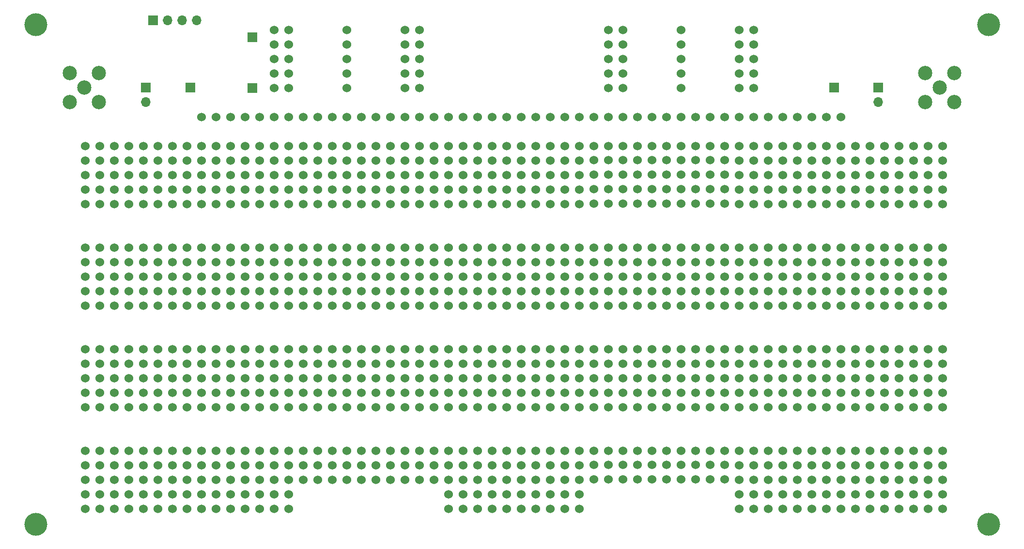
<source format=gbr>
%TF.GenerationSoftware,KiCad,Pcbnew,6.0.11-2627ca5db0~126~ubuntu22.04.1*%
%TF.CreationDate,2023-03-26T13:10:57+01:00*%
%TF.ProjectId,PROTO2_PCB,50524f54-4f32-45f5-9043-422e6b696361,rev?*%
%TF.SameCoordinates,Original*%
%TF.FileFunction,Soldermask,Bot*%
%TF.FilePolarity,Negative*%
%FSLAX46Y46*%
G04 Gerber Fmt 4.6, Leading zero omitted, Abs format (unit mm)*
G04 Created by KiCad (PCBNEW 6.0.11-2627ca5db0~126~ubuntu22.04.1) date 2023-03-26 13:10:57*
%MOMM*%
%LPD*%
G01*
G04 APERTURE LIST*
%ADD10C,1.524000*%
%ADD11C,4.000000*%
%ADD12R,1.700000X1.700000*%
%ADD13O,1.700000X1.700000*%
%ADD14C,2.500000*%
G04 APERTURE END LIST*
D10*
%TO.C,REF\u002A\u002A*%
X165100000Y-58420000D03*
X165100000Y-60960000D03*
X165100000Y-63500000D03*
X165100000Y-66040000D03*
X165100000Y-68580000D03*
%TD*%
%TO.C,REF\u002A\u002A*%
X124460000Y-96520000D03*
X124460000Y-99060000D03*
X124460000Y-101600000D03*
X124460000Y-104140000D03*
X124460000Y-106680000D03*
%TD*%
D11*
%TO.C,H3*%
X62500000Y-145000000D03*
%TD*%
D10*
%TO.C,REF\u002A\u002A*%
X96520000Y-81280000D03*
X99060000Y-81280000D03*
X101600000Y-81280000D03*
X104140000Y-81280000D03*
X106680000Y-81280000D03*
%TD*%
%TO.C,REF\u002A\u002A*%
X147320000Y-137160000D03*
X149860000Y-137160000D03*
X152400000Y-137160000D03*
X154940000Y-137160000D03*
X157480000Y-137160000D03*
%TD*%
D12*
%TO.C,J7*%
X100330000Y-59690000D03*
%TD*%
D10*
%TO.C,REF\u002A\u002A*%
X71120000Y-83820000D03*
X73660000Y-83820000D03*
X76200000Y-83820000D03*
X78740000Y-83820000D03*
X81280000Y-83820000D03*
%TD*%
%TO.C,REF\u002A\u002A*%
X134620000Y-83820000D03*
X137160000Y-83820000D03*
X139700000Y-83820000D03*
X142240000Y-83820000D03*
X144780000Y-83820000D03*
%TD*%
%TO.C,REF\u002A\u002A*%
X210820000Y-81280000D03*
X213360000Y-81280000D03*
X215900000Y-81280000D03*
X218440000Y-81280000D03*
X220980000Y-81280000D03*
%TD*%
%TO.C,REF\u002A\u002A*%
X71120000Y-142240000D03*
X73660000Y-142240000D03*
X76200000Y-142240000D03*
X78740000Y-142240000D03*
X81280000Y-142240000D03*
%TD*%
%TO.C,REF\u002A\u002A*%
X121920000Y-134620000D03*
X124460000Y-134620000D03*
X127000000Y-134620000D03*
X129540000Y-134620000D03*
X132080000Y-134620000D03*
%TD*%
%TO.C,REF\u002A\u002A*%
X210820000Y-134620000D03*
X213360000Y-134620000D03*
X215900000Y-134620000D03*
X218440000Y-134620000D03*
X220980000Y-134620000D03*
%TD*%
%TO.C,REF\u002A\u002A*%
X185420000Y-58420000D03*
X185420000Y-60960000D03*
X185420000Y-63500000D03*
X185420000Y-66040000D03*
X185420000Y-68580000D03*
%TD*%
%TO.C,REF\u002A\u002A*%
X147320000Y-86360000D03*
X149860000Y-86360000D03*
X152400000Y-86360000D03*
X154940000Y-86360000D03*
X157480000Y-86360000D03*
%TD*%
%TO.C,REF\u002A\u002A*%
X83820000Y-83820000D03*
X86360000Y-83820000D03*
X88900000Y-83820000D03*
X91440000Y-83820000D03*
X93980000Y-83820000D03*
%TD*%
%TO.C,REF\u002A\u002A*%
X78740000Y-96520000D03*
X78740000Y-99060000D03*
X78740000Y-101600000D03*
X78740000Y-104140000D03*
X78740000Y-106680000D03*
%TD*%
%TO.C,REF\u002A\u002A*%
X175260000Y-96520000D03*
X175260000Y-99060000D03*
X175260000Y-101600000D03*
X175260000Y-104140000D03*
X175260000Y-106680000D03*
%TD*%
%TO.C,REF\u002A\u002A*%
X71120000Y-86360000D03*
X73660000Y-86360000D03*
X76200000Y-86360000D03*
X78740000Y-86360000D03*
X81280000Y-86360000D03*
%TD*%
%TO.C,REF\u002A\u002A*%
X182880000Y-96520000D03*
X182880000Y-99060000D03*
X182880000Y-101600000D03*
X182880000Y-104140000D03*
X182880000Y-106680000D03*
%TD*%
%TO.C,REF\u002A\u002A*%
X91440000Y-114300000D03*
X91440000Y-116840000D03*
X91440000Y-119380000D03*
X91440000Y-121920000D03*
X91440000Y-124460000D03*
%TD*%
%TO.C,REF\u002A\u002A*%
X71120000Y-134620000D03*
X73660000Y-134620000D03*
X76200000Y-134620000D03*
X78740000Y-134620000D03*
X81280000Y-134620000D03*
%TD*%
%TO.C,REF\u002A\u002A*%
X86360000Y-96520000D03*
X86360000Y-99060000D03*
X86360000Y-101600000D03*
X86360000Y-104140000D03*
X86360000Y-106680000D03*
%TD*%
%TO.C,REF\u002A\u002A*%
X127000000Y-114300000D03*
X127000000Y-116840000D03*
X127000000Y-119380000D03*
X127000000Y-121920000D03*
X127000000Y-124460000D03*
%TD*%
%TO.C,REF\u002A\u002A*%
X162560000Y-96520000D03*
X162560000Y-99060000D03*
X162560000Y-101600000D03*
X162560000Y-104140000D03*
X162560000Y-106680000D03*
%TD*%
%TO.C,REF\u002A\u002A*%
X134620000Y-142240000D03*
X137160000Y-142240000D03*
X139700000Y-142240000D03*
X142240000Y-142240000D03*
X144780000Y-142240000D03*
%TD*%
%TO.C,REF\u002A\u002A*%
X83820000Y-137160000D03*
X86360000Y-137160000D03*
X88900000Y-137160000D03*
X91440000Y-137160000D03*
X93980000Y-137160000D03*
%TD*%
%TO.C,REF\u002A\u002A*%
X76200000Y-96520000D03*
X76200000Y-99060000D03*
X76200000Y-101600000D03*
X76200000Y-104140000D03*
X76200000Y-106680000D03*
%TD*%
%TO.C,REF\u002A\u002A*%
X137160000Y-96520000D03*
X137160000Y-99060000D03*
X137160000Y-101600000D03*
X137160000Y-104140000D03*
X137160000Y-106680000D03*
%TD*%
%TO.C,REF\u002A\u002A*%
X147320000Y-132130000D03*
X149860000Y-132130000D03*
X152400000Y-132130000D03*
X154940000Y-132130000D03*
X157480000Y-132130000D03*
%TD*%
%TO.C,REF\u002A\u002A*%
X195580000Y-96520000D03*
X195580000Y-99060000D03*
X195580000Y-101600000D03*
X195580000Y-104140000D03*
X195580000Y-106680000D03*
%TD*%
%TO.C,REF\u002A\u002A*%
X172720000Y-134570000D03*
X175260000Y-134570000D03*
X177800000Y-134570000D03*
X180340000Y-134570000D03*
X182880000Y-134570000D03*
%TD*%
%TO.C,REF\u002A\u002A*%
X167640000Y-114300000D03*
X167640000Y-116840000D03*
X167640000Y-119380000D03*
X167640000Y-121920000D03*
X167640000Y-124460000D03*
%TD*%
%TO.C,REF\u002A\u002A*%
X134620000Y-137160000D03*
X137160000Y-137160000D03*
X139700000Y-137160000D03*
X142240000Y-137160000D03*
X144780000Y-137160000D03*
%TD*%
%TO.C,REF\u002A\u002A*%
X185420000Y-88900000D03*
X187960000Y-88900000D03*
X190500000Y-88900000D03*
X193040000Y-88900000D03*
X195580000Y-88900000D03*
%TD*%
%TO.C,REF\u002A\u002A*%
X99060000Y-96520000D03*
X99060000Y-99060000D03*
X99060000Y-101600000D03*
X99060000Y-104140000D03*
X99060000Y-106680000D03*
%TD*%
%TO.C,REF\u002A\u002A*%
X134620000Y-96520000D03*
X134620000Y-99060000D03*
X134620000Y-101600000D03*
X134620000Y-104140000D03*
X134620000Y-106680000D03*
%TD*%
%TO.C,REF\u002A\u002A*%
X185420000Y-83820000D03*
X187960000Y-83820000D03*
X190500000Y-83820000D03*
X193040000Y-83820000D03*
X195580000Y-83820000D03*
%TD*%
%TO.C,REF\u002A\u002A*%
X86360000Y-114300000D03*
X86360000Y-116840000D03*
X86360000Y-119380000D03*
X86360000Y-121920000D03*
X86360000Y-124460000D03*
%TD*%
%TO.C,REF\u002A\u002A*%
X157480000Y-114300000D03*
X157480000Y-116840000D03*
X157480000Y-119380000D03*
X157480000Y-121920000D03*
X157480000Y-124460000D03*
%TD*%
D12*
%TO.C,J2*%
X81750000Y-68500000D03*
D13*
X81750000Y-71040000D03*
%TD*%
D12*
%TO.C,J6*%
X100330000Y-68580000D03*
%TD*%
D10*
%TO.C,REF\u002A\u002A*%
X101600000Y-96520000D03*
X101600000Y-99060000D03*
X101600000Y-101600000D03*
X101600000Y-104140000D03*
X101600000Y-106680000D03*
%TD*%
%TO.C,REF\u002A\u002A*%
X215900000Y-114300000D03*
X215900000Y-116840000D03*
X215900000Y-119380000D03*
X215900000Y-121920000D03*
X215900000Y-124460000D03*
%TD*%
%TO.C,REF\u002A\u002A*%
X71120000Y-114300000D03*
X71120000Y-116840000D03*
X71120000Y-119380000D03*
X71120000Y-121920000D03*
X71120000Y-124460000D03*
%TD*%
%TO.C,REF\u002A\u002A*%
X198120000Y-132130000D03*
X200660000Y-132130000D03*
X203200000Y-132130000D03*
X205740000Y-132130000D03*
X208280000Y-132130000D03*
%TD*%
D14*
%TO.C,SM2*%
X220500000Y-68510000D03*
X217960000Y-71050000D03*
X223040000Y-65970000D03*
X217960000Y-65970000D03*
X223040000Y-71050000D03*
%TD*%
D10*
%TO.C,REF\u002A\u002A*%
X127000000Y-96520000D03*
X127000000Y-99060000D03*
X127000000Y-101600000D03*
X127000000Y-104140000D03*
X127000000Y-106680000D03*
%TD*%
%TO.C,REF\u002A\u002A*%
X109220000Y-114300000D03*
X109220000Y-116840000D03*
X109220000Y-119380000D03*
X109220000Y-121920000D03*
X109220000Y-124460000D03*
%TD*%
%TO.C,REF\u002A\u002A*%
X71120000Y-81280000D03*
X73660000Y-81280000D03*
X76200000Y-81280000D03*
X78740000Y-81280000D03*
X81280000Y-81280000D03*
%TD*%
%TO.C,REF\u002A\u002A*%
X134620000Y-78790000D03*
X137160000Y-78790000D03*
X139700000Y-78790000D03*
X142240000Y-78790000D03*
X144780000Y-78790000D03*
%TD*%
%TO.C,REF\u002A\u002A*%
X193040000Y-73660000D03*
X195580000Y-73660000D03*
X198120000Y-73660000D03*
X200660000Y-73660000D03*
X203200000Y-73660000D03*
%TD*%
%TO.C,REF\u002A\u002A*%
X129540000Y-58420000D03*
X129540000Y-60960000D03*
X129540000Y-63500000D03*
X129540000Y-66040000D03*
X129540000Y-68580000D03*
%TD*%
D12*
%TO.C,J1*%
X89500000Y-68500000D03*
%TD*%
D10*
%TO.C,REF\u002A\u002A*%
X147320000Y-114300000D03*
X147320000Y-116840000D03*
X147320000Y-119380000D03*
X147320000Y-121920000D03*
X147320000Y-124460000D03*
%TD*%
%TO.C,REF\u002A\u002A*%
X93980000Y-114300000D03*
X93980000Y-116840000D03*
X93980000Y-119380000D03*
X93980000Y-121920000D03*
X93980000Y-124460000D03*
%TD*%
%TO.C,REF\u002A\u002A*%
X213360000Y-96520000D03*
X213360000Y-99060000D03*
X213360000Y-101600000D03*
X213360000Y-104140000D03*
X213360000Y-106680000D03*
%TD*%
%TO.C,REF\u002A\u002A*%
X147320000Y-142240000D03*
X149860000Y-142240000D03*
X152400000Y-142240000D03*
X154940000Y-142240000D03*
X157480000Y-142240000D03*
%TD*%
%TO.C,REF\u002A\u002A*%
X147320000Y-78790000D03*
X149860000Y-78790000D03*
X152400000Y-78790000D03*
X154940000Y-78790000D03*
X157480000Y-78790000D03*
%TD*%
%TO.C,REF\u002A\u002A*%
X160020000Y-83770000D03*
X162560000Y-83770000D03*
X165100000Y-83770000D03*
X167640000Y-83770000D03*
X170180000Y-83770000D03*
%TD*%
%TO.C,REF\u002A\u002A*%
X134620000Y-88900000D03*
X137160000Y-88900000D03*
X139700000Y-88900000D03*
X142240000Y-88900000D03*
X144780000Y-88900000D03*
%TD*%
%TO.C,REF\u002A\u002A*%
X172720000Y-114300000D03*
X172720000Y-116840000D03*
X172720000Y-119380000D03*
X172720000Y-121920000D03*
X172720000Y-124460000D03*
%TD*%
%TO.C,REF\u002A\u002A*%
X172720000Y-96520000D03*
X172720000Y-99060000D03*
X172720000Y-101600000D03*
X172720000Y-104140000D03*
X172720000Y-106680000D03*
%TD*%
%TO.C,REF\u002A\u002A*%
X160020000Y-134570000D03*
X162560000Y-134570000D03*
X165100000Y-134570000D03*
X167640000Y-134570000D03*
X170180000Y-134570000D03*
%TD*%
%TO.C,REF\u002A\u002A*%
X76200000Y-114300000D03*
X76200000Y-116840000D03*
X76200000Y-119380000D03*
X76200000Y-121920000D03*
X76200000Y-124460000D03*
%TD*%
%TO.C,REF\u002A\u002A*%
X218440000Y-96520000D03*
X218440000Y-99060000D03*
X218440000Y-101600000D03*
X218440000Y-104140000D03*
X218440000Y-106680000D03*
%TD*%
%TO.C,REF\u002A\u002A*%
X83820000Y-134620000D03*
X86360000Y-134620000D03*
X88900000Y-134620000D03*
X91440000Y-134620000D03*
X93980000Y-134620000D03*
%TD*%
%TO.C,REF\u002A\u002A*%
X200660000Y-96520000D03*
X200660000Y-99060000D03*
X200660000Y-101600000D03*
X200660000Y-104140000D03*
X200660000Y-106680000D03*
%TD*%
%TO.C,REF\u002A\u002A*%
X127000000Y-58420000D03*
X127000000Y-60960000D03*
X127000000Y-63500000D03*
X127000000Y-66040000D03*
X127000000Y-68580000D03*
%TD*%
%TO.C,REF\u002A\u002A*%
X185420000Y-86360000D03*
X187960000Y-86360000D03*
X190500000Y-86360000D03*
X193040000Y-86360000D03*
X195580000Y-86360000D03*
%TD*%
%TO.C,REF\u002A\u002A*%
X165100000Y-96520000D03*
X165100000Y-99060000D03*
X165100000Y-101600000D03*
X165100000Y-104140000D03*
X165100000Y-106680000D03*
%TD*%
%TO.C,REF\u002A\u002A*%
X109220000Y-86360000D03*
X111760000Y-86360000D03*
X114300000Y-86360000D03*
X116840000Y-86360000D03*
X119380000Y-86360000D03*
%TD*%
%TO.C,REF\u002A\u002A*%
X205740000Y-96520000D03*
X205740000Y-99060000D03*
X205740000Y-101600000D03*
X205740000Y-104140000D03*
X205740000Y-106680000D03*
%TD*%
%TO.C,REF\u002A\u002A*%
X83820000Y-86360000D03*
X86360000Y-86360000D03*
X88900000Y-86360000D03*
X91440000Y-86360000D03*
X93980000Y-86360000D03*
%TD*%
%TO.C,REF\u002A\u002A*%
X160020000Y-86310000D03*
X162560000Y-86310000D03*
X165100000Y-86310000D03*
X167640000Y-86310000D03*
X170180000Y-86310000D03*
%TD*%
%TO.C,REF\u002A\u002A*%
X203200000Y-114300000D03*
X203200000Y-116840000D03*
X203200000Y-119380000D03*
X203200000Y-121920000D03*
X203200000Y-124460000D03*
%TD*%
%TO.C,REF\u002A\u002A*%
X147320000Y-139700000D03*
X149860000Y-139700000D03*
X152400000Y-139700000D03*
X154940000Y-139700000D03*
X157480000Y-139700000D03*
%TD*%
%TO.C,REF\u002A\u002A*%
X154940000Y-96520000D03*
X154940000Y-99060000D03*
X154940000Y-101600000D03*
X154940000Y-104140000D03*
X154940000Y-106680000D03*
%TD*%
%TO.C,REF\u002A\u002A*%
X116840000Y-73710000D03*
X119380000Y-73710000D03*
X121920000Y-73710000D03*
X124460000Y-73710000D03*
X127000000Y-73710000D03*
%TD*%
%TO.C,REF\u002A\u002A*%
X96520000Y-114300000D03*
X96520000Y-116840000D03*
X96520000Y-119380000D03*
X96520000Y-121920000D03*
X96520000Y-124460000D03*
%TD*%
D11*
%TO.C,H4*%
X229000000Y-145000000D03*
%TD*%
D10*
%TO.C,REF\u002A\u002A*%
X147320000Y-134620000D03*
X149860000Y-134620000D03*
X152400000Y-134620000D03*
X154940000Y-134620000D03*
X157480000Y-134620000D03*
%TD*%
%TO.C,REF\u002A\u002A*%
X124460000Y-114300000D03*
X124460000Y-116840000D03*
X124460000Y-119380000D03*
X124460000Y-121920000D03*
X124460000Y-124460000D03*
%TD*%
%TO.C,REF\u002A\u002A*%
X116840000Y-96520000D03*
X116840000Y-99060000D03*
X116840000Y-101600000D03*
X116840000Y-104140000D03*
X116840000Y-106680000D03*
%TD*%
%TO.C,REF\u002A\u002A*%
X114300000Y-96520000D03*
X114300000Y-99060000D03*
X114300000Y-101600000D03*
X114300000Y-104140000D03*
X114300000Y-106680000D03*
%TD*%
%TO.C,REF\u002A\u002A*%
X134620000Y-86360000D03*
X137160000Y-86360000D03*
X139700000Y-86360000D03*
X142240000Y-86360000D03*
X144780000Y-86360000D03*
%TD*%
%TO.C,REF\u002A\u002A*%
X71120000Y-132130000D03*
X73660000Y-132130000D03*
X76200000Y-132130000D03*
X78740000Y-132130000D03*
X81280000Y-132130000D03*
%TD*%
%TO.C,REF\u002A\u002A*%
X109220000Y-81280000D03*
X111760000Y-81280000D03*
X114300000Y-81280000D03*
X116840000Y-81280000D03*
X119380000Y-81280000D03*
%TD*%
%TO.C,REF\u002A\u002A*%
X132080000Y-96520000D03*
X132080000Y-99060000D03*
X132080000Y-101600000D03*
X132080000Y-104140000D03*
X132080000Y-106680000D03*
%TD*%
%TO.C,REF\u002A\u002A*%
X208280000Y-114300000D03*
X208280000Y-116840000D03*
X208280000Y-119380000D03*
X208280000Y-121920000D03*
X208280000Y-124460000D03*
%TD*%
%TO.C,REF\u002A\u002A*%
X129540000Y-114300000D03*
X129540000Y-116840000D03*
X129540000Y-119380000D03*
X129540000Y-121920000D03*
X129540000Y-124460000D03*
%TD*%
%TO.C,REF\u002A\u002A*%
X119380000Y-114300000D03*
X119380000Y-116840000D03*
X119380000Y-119380000D03*
X119380000Y-121920000D03*
X119380000Y-124460000D03*
%TD*%
%TO.C,REF\u002A\u002A*%
X144780000Y-96520000D03*
X144780000Y-99060000D03*
X144780000Y-101600000D03*
X144780000Y-104140000D03*
X144780000Y-106680000D03*
%TD*%
%TO.C,REF\u002A\u002A*%
X220980000Y-114300000D03*
X220980000Y-116840000D03*
X220980000Y-119380000D03*
X220980000Y-121920000D03*
X220980000Y-124460000D03*
%TD*%
%TO.C,REF\u002A\u002A*%
X218440000Y-114300000D03*
X218440000Y-116840000D03*
X218440000Y-119380000D03*
X218440000Y-121920000D03*
X218440000Y-124460000D03*
%TD*%
D14*
%TO.C,SM1*%
X71000000Y-68510000D03*
X68460000Y-65970000D03*
X68460000Y-71050000D03*
X73540000Y-65970000D03*
X73540000Y-71050000D03*
%TD*%
D10*
%TO.C,REF\u002A\u002A*%
X88900000Y-96520000D03*
X88900000Y-99060000D03*
X88900000Y-101600000D03*
X88900000Y-104140000D03*
X88900000Y-106680000D03*
%TD*%
%TO.C,REF\u002A\u002A*%
X104140000Y-73710000D03*
X106680000Y-73710000D03*
X109220000Y-73710000D03*
X111760000Y-73710000D03*
X114300000Y-73710000D03*
%TD*%
%TO.C,REF\u002A\u002A*%
X121920000Y-137160000D03*
X124460000Y-137160000D03*
X127000000Y-137160000D03*
X129540000Y-137160000D03*
X132080000Y-137160000D03*
%TD*%
%TO.C,REF\u002A\u002A*%
X160020000Y-137110000D03*
X162560000Y-137110000D03*
X165100000Y-137110000D03*
X167640000Y-137110000D03*
X170180000Y-137110000D03*
%TD*%
%TO.C,REF\u002A\u002A*%
X106680000Y-96520000D03*
X106680000Y-99060000D03*
X106680000Y-101600000D03*
X106680000Y-104140000D03*
X106680000Y-106680000D03*
%TD*%
%TO.C,REF\u002A\u002A*%
X177800000Y-114300000D03*
X177800000Y-116840000D03*
X177800000Y-119380000D03*
X177800000Y-121920000D03*
X177800000Y-124460000D03*
%TD*%
%TO.C,REF\u002A\u002A*%
X81280000Y-114300000D03*
X81280000Y-116840000D03*
X81280000Y-119380000D03*
X81280000Y-121920000D03*
X81280000Y-124460000D03*
%TD*%
%TO.C,REF\u002A\u002A*%
X185420000Y-81280000D03*
X187960000Y-81280000D03*
X190500000Y-81280000D03*
X193040000Y-81280000D03*
X195580000Y-81280000D03*
%TD*%
%TO.C,REF\u002A\u002A*%
X210820000Y-88900000D03*
X213360000Y-88900000D03*
X215900000Y-88900000D03*
X218440000Y-88900000D03*
X220980000Y-88900000D03*
%TD*%
%TO.C,REF\u002A\u002A*%
X104140000Y-96520000D03*
X104140000Y-99060000D03*
X104140000Y-101600000D03*
X104140000Y-104140000D03*
X104140000Y-106680000D03*
%TD*%
%TO.C,REF\u002A\u002A*%
X185420000Y-78790000D03*
X187960000Y-78790000D03*
X190500000Y-78790000D03*
X193040000Y-78790000D03*
X195580000Y-78790000D03*
%TD*%
%TO.C,REF\u002A\u002A*%
X104140000Y-114300000D03*
X104140000Y-116840000D03*
X104140000Y-119380000D03*
X104140000Y-121920000D03*
X104140000Y-124460000D03*
%TD*%
%TO.C,REF\u002A\u002A*%
X162560000Y-58420000D03*
X162560000Y-60960000D03*
X162560000Y-63500000D03*
X162560000Y-66040000D03*
X162560000Y-68580000D03*
%TD*%
%TO.C,REF\u002A\u002A*%
X91440000Y-73710000D03*
X93980000Y-73710000D03*
X96520000Y-73710000D03*
X99060000Y-73710000D03*
X101600000Y-73710000D03*
%TD*%
D11*
%TO.C,H2*%
X229000000Y-57500000D03*
%TD*%
D10*
%TO.C,REF\u002A\u002A*%
X83820000Y-142240000D03*
X86360000Y-142240000D03*
X88900000Y-142240000D03*
X91440000Y-142240000D03*
X93980000Y-142240000D03*
%TD*%
%TO.C,REF\u002A\u002A*%
X134620000Y-114300000D03*
X134620000Y-116840000D03*
X134620000Y-119380000D03*
X134620000Y-121920000D03*
X134620000Y-124460000D03*
%TD*%
%TO.C,REF\u002A\u002A*%
X109220000Y-96520000D03*
X109220000Y-99060000D03*
X109220000Y-101600000D03*
X109220000Y-104140000D03*
X109220000Y-106680000D03*
%TD*%
%TO.C,REF\u002A\u002A*%
X177800000Y-96520000D03*
X177800000Y-99060000D03*
X177800000Y-101600000D03*
X177800000Y-104140000D03*
X177800000Y-106680000D03*
%TD*%
%TO.C,REF\u002A\u002A*%
X121920000Y-88900000D03*
X124460000Y-88900000D03*
X127000000Y-88900000D03*
X129540000Y-88900000D03*
X132080000Y-88900000D03*
%TD*%
%TO.C,REF\u002A\u002A*%
X160020000Y-132080000D03*
X162560000Y-132080000D03*
X165100000Y-132080000D03*
X167640000Y-132080000D03*
X170180000Y-132080000D03*
%TD*%
%TO.C,REF\u002A\u002A*%
X134620000Y-139700000D03*
X137160000Y-139700000D03*
X139700000Y-139700000D03*
X142240000Y-139700000D03*
X144780000Y-139700000D03*
%TD*%
%TO.C,REF\u002A\u002A*%
X96520000Y-83820000D03*
X99060000Y-83820000D03*
X101600000Y-83820000D03*
X104140000Y-83820000D03*
X106680000Y-83820000D03*
%TD*%
%TO.C,REF\u002A\u002A*%
X195580000Y-114300000D03*
X195580000Y-116840000D03*
X195580000Y-119380000D03*
X195580000Y-121920000D03*
X195580000Y-124460000D03*
%TD*%
%TO.C,REF\u002A\u002A*%
X147320000Y-81280000D03*
X149860000Y-81280000D03*
X152400000Y-81280000D03*
X154940000Y-81280000D03*
X157480000Y-81280000D03*
%TD*%
%TO.C,REF\u002A\u002A*%
X149860000Y-114300000D03*
X149860000Y-116840000D03*
X149860000Y-119380000D03*
X149860000Y-121920000D03*
X149860000Y-124460000D03*
%TD*%
%TO.C,REF\u002A\u002A*%
X210820000Y-83820000D03*
X213360000Y-83820000D03*
X215900000Y-83820000D03*
X218440000Y-83820000D03*
X220980000Y-83820000D03*
%TD*%
%TO.C,REF\u002A\u002A*%
X185420000Y-134620000D03*
X187960000Y-134620000D03*
X190500000Y-134620000D03*
X193040000Y-134620000D03*
X195580000Y-134620000D03*
%TD*%
%TO.C,REF\u002A\u002A*%
X111760000Y-96520000D03*
X111760000Y-99060000D03*
X111760000Y-101600000D03*
X111760000Y-104140000D03*
X111760000Y-106680000D03*
%TD*%
%TO.C,REF\u002A\u002A*%
X142240000Y-73710000D03*
X144780000Y-73710000D03*
X147320000Y-73710000D03*
X149860000Y-73710000D03*
X152400000Y-73710000D03*
%TD*%
%TO.C,REF\u002A\u002A*%
X96520000Y-137160000D03*
X99060000Y-137160000D03*
X101600000Y-137160000D03*
X104140000Y-137160000D03*
X106680000Y-137160000D03*
%TD*%
%TO.C,REF\u002A\u002A*%
X185420000Y-132130000D03*
X187960000Y-132130000D03*
X190500000Y-132130000D03*
X193040000Y-132130000D03*
X195580000Y-132130000D03*
%TD*%
%TO.C,REF\u002A\u002A*%
X205740000Y-114300000D03*
X205740000Y-116840000D03*
X205740000Y-119380000D03*
X205740000Y-121920000D03*
X205740000Y-124460000D03*
%TD*%
%TO.C,REF\u002A\u002A*%
X167640000Y-73710000D03*
X170180000Y-73710000D03*
X172720000Y-73710000D03*
X175260000Y-73710000D03*
X177800000Y-73710000D03*
%TD*%
%TO.C,REF\u002A\u002A*%
X137160000Y-114300000D03*
X137160000Y-116840000D03*
X137160000Y-119380000D03*
X137160000Y-121920000D03*
X137160000Y-124460000D03*
%TD*%
%TO.C,REF\u002A\u002A*%
X119380000Y-96520000D03*
X119380000Y-99060000D03*
X119380000Y-101600000D03*
X119380000Y-104140000D03*
X119380000Y-106680000D03*
%TD*%
%TO.C,REF\u002A\u002A*%
X182880000Y-114300000D03*
X182880000Y-116840000D03*
X182880000Y-119380000D03*
X182880000Y-121920000D03*
X182880000Y-124460000D03*
%TD*%
%TO.C,REF\u002A\u002A*%
X198120000Y-88900000D03*
X200660000Y-88900000D03*
X203200000Y-88900000D03*
X205740000Y-88900000D03*
X208280000Y-88900000D03*
%TD*%
%TO.C,REF\u002A\u002A*%
X83820000Y-139700000D03*
X86360000Y-139700000D03*
X88900000Y-139700000D03*
X91440000Y-139700000D03*
X93980000Y-139700000D03*
%TD*%
%TO.C,REF\u002A\u002A*%
X198120000Y-134620000D03*
X200660000Y-134620000D03*
X203200000Y-134620000D03*
X205740000Y-134620000D03*
X208280000Y-134620000D03*
%TD*%
%TO.C,REF\u002A\u002A*%
X73660000Y-96520000D03*
X73660000Y-99060000D03*
X73660000Y-101600000D03*
X73660000Y-104140000D03*
X73660000Y-106680000D03*
%TD*%
%TO.C,REF\u002A\u002A*%
X152400000Y-96520000D03*
X152400000Y-99060000D03*
X152400000Y-101600000D03*
X152400000Y-104140000D03*
X152400000Y-106680000D03*
%TD*%
%TO.C,REF\u002A\u002A*%
X200660000Y-114300000D03*
X200660000Y-116840000D03*
X200660000Y-119380000D03*
X200660000Y-121920000D03*
X200660000Y-124460000D03*
%TD*%
%TO.C,REF\u002A\u002A*%
X73660000Y-114300000D03*
X73660000Y-116840000D03*
X73660000Y-119380000D03*
X73660000Y-121920000D03*
X73660000Y-124460000D03*
%TD*%
%TO.C,REF\u002A\u002A*%
X109220000Y-83820000D03*
X111760000Y-83820000D03*
X114300000Y-83820000D03*
X116840000Y-83820000D03*
X119380000Y-83820000D03*
%TD*%
%TO.C,REF\u002A\u002A*%
X109220000Y-132130000D03*
X111760000Y-132130000D03*
X114300000Y-132130000D03*
X116840000Y-132130000D03*
X119380000Y-132130000D03*
%TD*%
%TO.C,REF\u002A\u002A*%
X144780000Y-114300000D03*
X144780000Y-116840000D03*
X144780000Y-119380000D03*
X144780000Y-121920000D03*
X144780000Y-124460000D03*
%TD*%
%TO.C,REF\u002A\u002A*%
X210820000Y-139700000D03*
X213360000Y-139700000D03*
X215900000Y-139700000D03*
X218440000Y-139700000D03*
X220980000Y-139700000D03*
%TD*%
%TO.C,REF\u002A\u002A*%
X121920000Y-78790000D03*
X124460000Y-78790000D03*
X127000000Y-78790000D03*
X129540000Y-78790000D03*
X132080000Y-78790000D03*
%TD*%
%TO.C,REF\u002A\u002A*%
X152400000Y-114300000D03*
X152400000Y-116840000D03*
X152400000Y-119380000D03*
X152400000Y-121920000D03*
X152400000Y-124460000D03*
%TD*%
%TO.C,REF\u002A\u002A*%
X210820000Y-137160000D03*
X213360000Y-137160000D03*
X215900000Y-137160000D03*
X218440000Y-137160000D03*
X220980000Y-137160000D03*
%TD*%
%TO.C,REF\u002A\u002A*%
X101600000Y-114300000D03*
X101600000Y-116840000D03*
X101600000Y-119380000D03*
X101600000Y-121920000D03*
X101600000Y-124460000D03*
%TD*%
%TO.C,REF\u002A\u002A*%
X106680000Y-114300000D03*
X106680000Y-116840000D03*
X106680000Y-119380000D03*
X106680000Y-121920000D03*
X106680000Y-124460000D03*
%TD*%
%TO.C,REF\u002A\u002A*%
X121920000Y-81280000D03*
X124460000Y-81280000D03*
X127000000Y-81280000D03*
X129540000Y-81280000D03*
X132080000Y-81280000D03*
%TD*%
%TO.C,REF\u002A\u002A*%
X71120000Y-96520000D03*
X71120000Y-99060000D03*
X71120000Y-101600000D03*
X71120000Y-104140000D03*
X71120000Y-106680000D03*
%TD*%
%TO.C,REF\u002A\u002A*%
X142240000Y-114300000D03*
X142240000Y-116840000D03*
X142240000Y-119380000D03*
X142240000Y-121920000D03*
X142240000Y-124460000D03*
%TD*%
%TO.C,REF\u002A\u002A*%
X121920000Y-83820000D03*
X124460000Y-83820000D03*
X127000000Y-83820000D03*
X129540000Y-83820000D03*
X132080000Y-83820000D03*
%TD*%
%TO.C,REF\u002A\u002A*%
X109220000Y-137160000D03*
X111760000Y-137160000D03*
X114300000Y-137160000D03*
X116840000Y-137160000D03*
X119380000Y-137160000D03*
%TD*%
%TO.C,REF\u002A\u002A*%
X116840000Y-114300000D03*
X116840000Y-116840000D03*
X116840000Y-119380000D03*
X116840000Y-121920000D03*
X116840000Y-124460000D03*
%TD*%
%TO.C,REF\u002A\u002A*%
X71120000Y-137160000D03*
X73660000Y-137160000D03*
X76200000Y-137160000D03*
X78740000Y-137160000D03*
X81280000Y-137160000D03*
%TD*%
%TO.C,REF\u002A\u002A*%
X83820000Y-81280000D03*
X86360000Y-81280000D03*
X88900000Y-81280000D03*
X91440000Y-81280000D03*
X93980000Y-81280000D03*
%TD*%
%TO.C,REF\u002A\u002A*%
X71120000Y-139700000D03*
X73660000Y-139700000D03*
X76200000Y-139700000D03*
X78740000Y-139700000D03*
X81280000Y-139700000D03*
%TD*%
%TO.C,REF\u002A\u002A*%
X81280000Y-96520000D03*
X81280000Y-99060000D03*
X81280000Y-101600000D03*
X81280000Y-104140000D03*
X81280000Y-106680000D03*
%TD*%
%TO.C,REF\u002A\u002A*%
X121920000Y-86360000D03*
X124460000Y-86360000D03*
X127000000Y-86360000D03*
X129540000Y-86360000D03*
X132080000Y-86360000D03*
%TD*%
%TO.C,REF\u002A\u002A*%
X172720000Y-137110000D03*
X175260000Y-137110000D03*
X177800000Y-137110000D03*
X180340000Y-137110000D03*
X182880000Y-137110000D03*
%TD*%
%TO.C,REF\u002A\u002A*%
X116840000Y-58420000D03*
X116840000Y-60960000D03*
X116840000Y-63500000D03*
X116840000Y-66040000D03*
X116840000Y-68580000D03*
%TD*%
%TO.C,REF\u002A\u002A*%
X220980000Y-96520000D03*
X220980000Y-99060000D03*
X220980000Y-101600000D03*
X220980000Y-104140000D03*
X220980000Y-106680000D03*
%TD*%
D12*
%TO.C,J3*%
X202000000Y-68500000D03*
%TD*%
D10*
%TO.C,REF\u002A\u002A*%
X193040000Y-96520000D03*
X193040000Y-99060000D03*
X193040000Y-101600000D03*
X193040000Y-104140000D03*
X193040000Y-106680000D03*
%TD*%
%TO.C,REF\u002A\u002A*%
X198120000Y-81280000D03*
X200660000Y-81280000D03*
X203200000Y-81280000D03*
X205740000Y-81280000D03*
X208280000Y-81280000D03*
%TD*%
%TO.C,REF\u002A\u002A*%
X193040000Y-114300000D03*
X193040000Y-116840000D03*
X193040000Y-119380000D03*
X193040000Y-121920000D03*
X193040000Y-124460000D03*
%TD*%
%TO.C,REF\u002A\u002A*%
X162560000Y-114300000D03*
X162560000Y-116840000D03*
X162560000Y-119380000D03*
X162560000Y-121920000D03*
X162560000Y-124460000D03*
%TD*%
%TO.C,REF\u002A\u002A*%
X210820000Y-96520000D03*
X210820000Y-99060000D03*
X210820000Y-101600000D03*
X210820000Y-104140000D03*
X210820000Y-106680000D03*
%TD*%
%TO.C,REF\u002A\u002A*%
X147320000Y-88900000D03*
X149860000Y-88900000D03*
X152400000Y-88900000D03*
X154940000Y-88900000D03*
X157480000Y-88900000D03*
%TD*%
%TO.C,REF\u002A\u002A*%
X210820000Y-78790000D03*
X213360000Y-78790000D03*
X215900000Y-78790000D03*
X218440000Y-78790000D03*
X220980000Y-78790000D03*
%TD*%
%TO.C,REF\u002A\u002A*%
X210820000Y-132130000D03*
X213360000Y-132130000D03*
X215900000Y-132130000D03*
X218440000Y-132130000D03*
X220980000Y-132130000D03*
%TD*%
%TO.C,REF\u002A\u002A*%
X172720000Y-83770000D03*
X175260000Y-83770000D03*
X177800000Y-83770000D03*
X180340000Y-83770000D03*
X182880000Y-83770000D03*
%TD*%
%TO.C,REF\u002A\u002A*%
X160020000Y-78740000D03*
X162560000Y-78740000D03*
X165100000Y-78740000D03*
X167640000Y-78740000D03*
X170180000Y-78740000D03*
%TD*%
D11*
%TO.C,H1*%
X62500000Y-57500000D03*
%TD*%
D10*
%TO.C,REF\u002A\u002A*%
X121920000Y-114300000D03*
X121920000Y-116840000D03*
X121920000Y-119380000D03*
X121920000Y-121920000D03*
X121920000Y-124460000D03*
%TD*%
%TO.C,REF\u002A\u002A*%
X129540000Y-96520000D03*
X129540000Y-99060000D03*
X129540000Y-101600000D03*
X129540000Y-104140000D03*
X129540000Y-106680000D03*
%TD*%
%TO.C,REF\u002A\u002A*%
X109220000Y-88900000D03*
X111760000Y-88900000D03*
X114300000Y-88900000D03*
X116840000Y-88900000D03*
X119380000Y-88900000D03*
%TD*%
D12*
%TO.C,J4*%
X209750000Y-68500000D03*
D13*
X209750000Y-71040000D03*
%TD*%
D10*
%TO.C,REF\u002A\u002A*%
X185420000Y-114300000D03*
X185420000Y-116840000D03*
X185420000Y-119380000D03*
X185420000Y-121920000D03*
X185420000Y-124460000D03*
%TD*%
%TO.C,REF\u002A\u002A*%
X160020000Y-88850000D03*
X162560000Y-88850000D03*
X165100000Y-88850000D03*
X167640000Y-88850000D03*
X170180000Y-88850000D03*
%TD*%
%TO.C,REF\u002A\u002A*%
X109220000Y-78790000D03*
X111760000Y-78790000D03*
X114300000Y-78790000D03*
X116840000Y-78790000D03*
X119380000Y-78790000D03*
%TD*%
%TO.C,REF\u002A\u002A*%
X172720000Y-132080000D03*
X175260000Y-132080000D03*
X177800000Y-132080000D03*
X180340000Y-132080000D03*
X182880000Y-132080000D03*
%TD*%
%TO.C,REF\u002A\u002A*%
X134620000Y-132130000D03*
X137160000Y-132130000D03*
X139700000Y-132130000D03*
X142240000Y-132130000D03*
X144780000Y-132130000D03*
%TD*%
%TO.C,REF\u002A\u002A*%
X96520000Y-139700000D03*
X99060000Y-139700000D03*
X101600000Y-139700000D03*
X104140000Y-139700000D03*
X106680000Y-139700000D03*
%TD*%
%TO.C,REF\u002A\u002A*%
X185420000Y-137160000D03*
X187960000Y-137160000D03*
X190500000Y-137160000D03*
X193040000Y-137160000D03*
X195580000Y-137160000D03*
%TD*%
%TO.C,REF\u002A\u002A*%
X154940000Y-114300000D03*
X154940000Y-116840000D03*
X154940000Y-119380000D03*
X154940000Y-121920000D03*
X154940000Y-124460000D03*
%TD*%
%TO.C,REF\u002A\u002A*%
X215900000Y-96520000D03*
X215900000Y-99060000D03*
X215900000Y-101600000D03*
X215900000Y-104140000D03*
X215900000Y-106680000D03*
%TD*%
%TO.C,REF\u002A\u002A*%
X180340000Y-114300000D03*
X180340000Y-116840000D03*
X180340000Y-119380000D03*
X180340000Y-121920000D03*
X180340000Y-124460000D03*
%TD*%
%TO.C,REF\u002A\u002A*%
X172720000Y-78740000D03*
X175260000Y-78740000D03*
X177800000Y-78740000D03*
X180340000Y-78740000D03*
X182880000Y-78740000D03*
%TD*%
%TO.C,REF\u002A\u002A*%
X198120000Y-83820000D03*
X200660000Y-83820000D03*
X203200000Y-83820000D03*
X205740000Y-83820000D03*
X208280000Y-83820000D03*
%TD*%
%TO.C,REF\u002A\u002A*%
X121920000Y-96520000D03*
X121920000Y-99060000D03*
X121920000Y-101600000D03*
X121920000Y-104140000D03*
X121920000Y-106680000D03*
%TD*%
%TO.C,REF\u002A\u002A*%
X109220000Y-134620000D03*
X111760000Y-134620000D03*
X114300000Y-134620000D03*
X116840000Y-134620000D03*
X119380000Y-134620000D03*
%TD*%
%TO.C,REF\u002A\u002A*%
X187960000Y-114300000D03*
X187960000Y-116840000D03*
X187960000Y-119380000D03*
X187960000Y-121920000D03*
X187960000Y-124460000D03*
%TD*%
%TO.C,REF\u002A\u002A*%
X147320000Y-83820000D03*
X149860000Y-83820000D03*
X152400000Y-83820000D03*
X154940000Y-83820000D03*
X157480000Y-83820000D03*
%TD*%
%TO.C,REF\u002A\u002A*%
X104140000Y-58420000D03*
X104140000Y-60960000D03*
X104140000Y-63500000D03*
X104140000Y-66040000D03*
X104140000Y-68580000D03*
%TD*%
%TO.C,REF\u002A\u002A*%
X175260000Y-114300000D03*
X175260000Y-116840000D03*
X175260000Y-119380000D03*
X175260000Y-121920000D03*
X175260000Y-124460000D03*
%TD*%
%TO.C,REF\u002A\u002A*%
X99060000Y-114300000D03*
X99060000Y-116840000D03*
X99060000Y-119380000D03*
X99060000Y-121920000D03*
X99060000Y-124460000D03*
%TD*%
%TO.C,REF\u002A\u002A*%
X210820000Y-86360000D03*
X213360000Y-86360000D03*
X215900000Y-86360000D03*
X218440000Y-86360000D03*
X220980000Y-86360000D03*
%TD*%
%TO.C,REF\u002A\u002A*%
X142240000Y-96520000D03*
X142240000Y-99060000D03*
X142240000Y-101600000D03*
X142240000Y-104140000D03*
X142240000Y-106680000D03*
%TD*%
%TO.C,REF\u002A\u002A*%
X198120000Y-114300000D03*
X198120000Y-116840000D03*
X198120000Y-119380000D03*
X198120000Y-121920000D03*
X198120000Y-124460000D03*
%TD*%
%TO.C,REF\u002A\u002A*%
X198120000Y-142240000D03*
X200660000Y-142240000D03*
X203200000Y-142240000D03*
X205740000Y-142240000D03*
X208280000Y-142240000D03*
%TD*%
%TO.C,REF\u002A\u002A*%
X96520000Y-96520000D03*
X96520000Y-99060000D03*
X96520000Y-101600000D03*
X96520000Y-104140000D03*
X96520000Y-106680000D03*
%TD*%
%TO.C,REF\u002A\u002A*%
X160020000Y-81230000D03*
X162560000Y-81230000D03*
X165100000Y-81230000D03*
X167640000Y-81230000D03*
X170180000Y-81230000D03*
%TD*%
%TO.C,REF\u002A\u002A*%
X172720000Y-88850000D03*
X175260000Y-88850000D03*
X177800000Y-88850000D03*
X180340000Y-88850000D03*
X182880000Y-88850000D03*
%TD*%
D12*
%TO.C,J5*%
X83000000Y-56750000D03*
D13*
X85540000Y-56750000D03*
X88080000Y-56750000D03*
X90620000Y-56750000D03*
%TD*%
D10*
%TO.C,REF\u002A\u002A*%
X172720000Y-86310000D03*
X175260000Y-86310000D03*
X177800000Y-86310000D03*
X180340000Y-86310000D03*
X182880000Y-86310000D03*
%TD*%
%TO.C,REF\u002A\u002A*%
X170180000Y-96520000D03*
X170180000Y-99060000D03*
X170180000Y-101600000D03*
X170180000Y-104140000D03*
X170180000Y-106680000D03*
%TD*%
%TO.C,REF\u002A\u002A*%
X121920000Y-132130000D03*
X124460000Y-132130000D03*
X127000000Y-132130000D03*
X129540000Y-132130000D03*
X132080000Y-132130000D03*
%TD*%
%TO.C,REF\u002A\u002A*%
X78740000Y-114300000D03*
X78740000Y-116840000D03*
X78740000Y-119380000D03*
X78740000Y-121920000D03*
X78740000Y-124460000D03*
%TD*%
%TO.C,REF\u002A\u002A*%
X83820000Y-132130000D03*
X86360000Y-132130000D03*
X88900000Y-132130000D03*
X91440000Y-132130000D03*
X93980000Y-132130000D03*
%TD*%
%TO.C,REF\u002A\u002A*%
X93980000Y-96520000D03*
X93980000Y-99060000D03*
X93980000Y-101600000D03*
X93980000Y-104140000D03*
X93980000Y-106680000D03*
%TD*%
%TO.C,REF\u002A\u002A*%
X198120000Y-96520000D03*
X198120000Y-99060000D03*
X198120000Y-101600000D03*
X198120000Y-104140000D03*
X198120000Y-106680000D03*
%TD*%
%TO.C,REF\u002A\u002A*%
X106680000Y-58420000D03*
X106680000Y-60960000D03*
X106680000Y-63500000D03*
X106680000Y-66040000D03*
X106680000Y-68580000D03*
%TD*%
%TO.C,REF\u002A\u002A*%
X185420000Y-139700000D03*
X187960000Y-139700000D03*
X190500000Y-139700000D03*
X193040000Y-139700000D03*
X195580000Y-139700000D03*
%TD*%
%TO.C,REF\u002A\u002A*%
X139700000Y-114300000D03*
X139700000Y-116840000D03*
X139700000Y-119380000D03*
X139700000Y-121920000D03*
X139700000Y-124460000D03*
%TD*%
%TO.C,REF\u002A\u002A*%
X187960000Y-96520000D03*
X187960000Y-99060000D03*
X187960000Y-101600000D03*
X187960000Y-104140000D03*
X187960000Y-106680000D03*
%TD*%
%TO.C,REF\u002A\u002A*%
X111760000Y-114300000D03*
X111760000Y-116840000D03*
X111760000Y-119380000D03*
X111760000Y-121920000D03*
X111760000Y-124460000D03*
%TD*%
%TO.C,REF\u002A\u002A*%
X210820000Y-142240000D03*
X213360000Y-142240000D03*
X215900000Y-142240000D03*
X218440000Y-142240000D03*
X220980000Y-142240000D03*
%TD*%
%TO.C,REF\u002A\u002A*%
X96520000Y-86360000D03*
X99060000Y-86360000D03*
X101600000Y-86360000D03*
X104140000Y-86360000D03*
X106680000Y-86360000D03*
%TD*%
%TO.C,REF\u002A\u002A*%
X180340000Y-96520000D03*
X180340000Y-99060000D03*
X180340000Y-101600000D03*
X180340000Y-104140000D03*
X180340000Y-106680000D03*
%TD*%
%TO.C,REF\u002A\u002A*%
X83820000Y-96520000D03*
X83820000Y-99060000D03*
X83820000Y-101600000D03*
X83820000Y-104140000D03*
X83820000Y-106680000D03*
%TD*%
%TO.C,REF\u002A\u002A*%
X187960000Y-58420000D03*
X187960000Y-60960000D03*
X187960000Y-63500000D03*
X187960000Y-66040000D03*
X187960000Y-68580000D03*
%TD*%
%TO.C,REF\u002A\u002A*%
X198120000Y-139700000D03*
X200660000Y-139700000D03*
X203200000Y-139700000D03*
X205740000Y-139700000D03*
X208280000Y-139700000D03*
%TD*%
%TO.C,REF\u002A\u002A*%
X134620000Y-81280000D03*
X137160000Y-81280000D03*
X139700000Y-81280000D03*
X142240000Y-81280000D03*
X144780000Y-81280000D03*
%TD*%
%TO.C,REF\u002A\u002A*%
X160020000Y-114300000D03*
X160020000Y-116840000D03*
X160020000Y-119380000D03*
X160020000Y-121920000D03*
X160020000Y-124460000D03*
%TD*%
%TO.C,REF\u002A\u002A*%
X203200000Y-96520000D03*
X203200000Y-99060000D03*
X203200000Y-101600000D03*
X203200000Y-104140000D03*
X203200000Y-106680000D03*
%TD*%
%TO.C,REF\u002A\u002A*%
X83820000Y-88900000D03*
X86360000Y-88900000D03*
X88900000Y-88900000D03*
X91440000Y-88900000D03*
X93980000Y-88900000D03*
%TD*%
%TO.C,REF\u002A\u002A*%
X170180000Y-114300000D03*
X170180000Y-116840000D03*
X170180000Y-119380000D03*
X170180000Y-121920000D03*
X170180000Y-124460000D03*
%TD*%
%TO.C,REF\u002A\u002A*%
X129540000Y-73710000D03*
X132080000Y-73710000D03*
X134620000Y-73710000D03*
X137160000Y-73710000D03*
X139700000Y-73710000D03*
%TD*%
%TO.C,REF\u002A\u002A*%
X88900000Y-114300000D03*
X88900000Y-116840000D03*
X88900000Y-119380000D03*
X88900000Y-121920000D03*
X88900000Y-124460000D03*
%TD*%
%TO.C,REF\u002A\u002A*%
X213360000Y-114300000D03*
X213360000Y-116840000D03*
X213360000Y-119380000D03*
X213360000Y-121920000D03*
X213360000Y-124460000D03*
%TD*%
%TO.C,REF\u002A\u002A*%
X185420000Y-96520000D03*
X185420000Y-99060000D03*
X185420000Y-101600000D03*
X185420000Y-104140000D03*
X185420000Y-106680000D03*
%TD*%
%TO.C,REF\u002A\u002A*%
X180340000Y-73660000D03*
X182880000Y-73660000D03*
X185420000Y-73660000D03*
X187960000Y-73660000D03*
X190500000Y-73660000D03*
%TD*%
%TO.C,REF\u002A\u002A*%
X198120000Y-86360000D03*
X200660000Y-86360000D03*
X203200000Y-86360000D03*
X205740000Y-86360000D03*
X208280000Y-86360000D03*
%TD*%
%TO.C,REF\u002A\u002A*%
X172720000Y-81230000D03*
X175260000Y-81230000D03*
X177800000Y-81230000D03*
X180340000Y-81230000D03*
X182880000Y-81230000D03*
%TD*%
%TO.C,REF\u002A\u002A*%
X114300000Y-114300000D03*
X114300000Y-116840000D03*
X114300000Y-119380000D03*
X114300000Y-121920000D03*
X114300000Y-124460000D03*
%TD*%
%TO.C,REF\u002A\u002A*%
X154940000Y-73710000D03*
X157480000Y-73710000D03*
X160020000Y-73710000D03*
X162560000Y-73710000D03*
X165100000Y-73710000D03*
%TD*%
%TO.C,REF\u002A\u002A*%
X190500000Y-96520000D03*
X190500000Y-99060000D03*
X190500000Y-101600000D03*
X190500000Y-104140000D03*
X190500000Y-106680000D03*
%TD*%
%TO.C,REF\u002A\u002A*%
X149860000Y-96520000D03*
X149860000Y-99060000D03*
X149860000Y-101600000D03*
X149860000Y-104140000D03*
X149860000Y-106680000D03*
%TD*%
%TO.C,REF\u002A\u002A*%
X175260000Y-58420000D03*
X175260000Y-60960000D03*
X175260000Y-63500000D03*
X175260000Y-66040000D03*
X175260000Y-68580000D03*
%TD*%
%TO.C,REF\u002A\u002A*%
X165100000Y-114300000D03*
X165100000Y-116840000D03*
X165100000Y-119380000D03*
X165100000Y-121920000D03*
X165100000Y-124460000D03*
%TD*%
%TO.C,REF\u002A\u002A*%
X198120000Y-78790000D03*
X200660000Y-78790000D03*
X203200000Y-78790000D03*
X205740000Y-78790000D03*
X208280000Y-78790000D03*
%TD*%
%TO.C,REF\u002A\u002A*%
X132080000Y-114300000D03*
X132080000Y-116840000D03*
X132080000Y-119380000D03*
X132080000Y-121920000D03*
X132080000Y-124460000D03*
%TD*%
%TO.C,REF\u002A\u002A*%
X157480000Y-96520000D03*
X157480000Y-99060000D03*
X157480000Y-101600000D03*
X157480000Y-104140000D03*
X157480000Y-106680000D03*
%TD*%
%TO.C,REF\u002A\u002A*%
X185420000Y-142240000D03*
X187960000Y-142240000D03*
X190500000Y-142240000D03*
X193040000Y-142240000D03*
X195580000Y-142240000D03*
%TD*%
%TO.C,REF\u002A\u002A*%
X96520000Y-134620000D03*
X99060000Y-134620000D03*
X101600000Y-134620000D03*
X104140000Y-134620000D03*
X106680000Y-134620000D03*
%TD*%
%TO.C,REF\u002A\u002A*%
X71120000Y-88900000D03*
X73660000Y-88900000D03*
X76200000Y-88900000D03*
X78740000Y-88900000D03*
X81280000Y-88900000D03*
%TD*%
%TO.C,REF\u002A\u002A*%
X71120000Y-78790000D03*
X73660000Y-78790000D03*
X76200000Y-78790000D03*
X78740000Y-78790000D03*
X81280000Y-78790000D03*
%TD*%
%TO.C,REF\u002A\u002A*%
X160020000Y-96520000D03*
X160020000Y-99060000D03*
X160020000Y-101600000D03*
X160020000Y-104140000D03*
X160020000Y-106680000D03*
%TD*%
%TO.C,REF\u002A\u002A*%
X167640000Y-96520000D03*
X167640000Y-99060000D03*
X167640000Y-101600000D03*
X167640000Y-104140000D03*
X167640000Y-106680000D03*
%TD*%
%TO.C,REF\u002A\u002A*%
X96520000Y-132130000D03*
X99060000Y-132130000D03*
X101600000Y-132130000D03*
X104140000Y-132130000D03*
X106680000Y-132130000D03*
%TD*%
%TO.C,REF\u002A\u002A*%
X96520000Y-88900000D03*
X99060000Y-88900000D03*
X101600000Y-88900000D03*
X104140000Y-88900000D03*
X106680000Y-88900000D03*
%TD*%
%TO.C,REF\u002A\u002A*%
X210820000Y-114300000D03*
X210820000Y-116840000D03*
X210820000Y-119380000D03*
X210820000Y-121920000D03*
X210820000Y-124460000D03*
%TD*%
%TO.C,REF\u002A\u002A*%
X91440000Y-96520000D03*
X91440000Y-99060000D03*
X91440000Y-101600000D03*
X91440000Y-104140000D03*
X91440000Y-106680000D03*
%TD*%
%TO.C,REF\u002A\u002A*%
X208280000Y-96520000D03*
X208280000Y-99060000D03*
X208280000Y-101600000D03*
X208280000Y-104140000D03*
X208280000Y-106680000D03*
%TD*%
%TO.C,REF\u002A\u002A*%
X139700000Y-96520000D03*
X139700000Y-99060000D03*
X139700000Y-101600000D03*
X139700000Y-104140000D03*
X139700000Y-106680000D03*
%TD*%
%TO.C,REF\u002A\u002A*%
X147320000Y-96520000D03*
X147320000Y-99060000D03*
X147320000Y-101600000D03*
X147320000Y-104140000D03*
X147320000Y-106680000D03*
%TD*%
%TO.C,REF\u002A\u002A*%
X190500000Y-114300000D03*
X190500000Y-116840000D03*
X190500000Y-119380000D03*
X190500000Y-121920000D03*
X190500000Y-124460000D03*
%TD*%
%TO.C,REF\u002A\u002A*%
X83820000Y-114300000D03*
X83820000Y-116840000D03*
X83820000Y-119380000D03*
X83820000Y-121920000D03*
X83820000Y-124460000D03*
%TD*%
%TO.C,REF\u002A\u002A*%
X134620000Y-134620000D03*
X137160000Y-134620000D03*
X139700000Y-134620000D03*
X142240000Y-134620000D03*
X144780000Y-134620000D03*
%TD*%
%TO.C,REF\u002A\u002A*%
X83820000Y-78790000D03*
X86360000Y-78790000D03*
X88900000Y-78790000D03*
X91440000Y-78790000D03*
X93980000Y-78790000D03*
%TD*%
%TO.C,REF\u002A\u002A*%
X198120000Y-137160000D03*
X200660000Y-137160000D03*
X203200000Y-137160000D03*
X205740000Y-137160000D03*
X208280000Y-137160000D03*
%TD*%
%TO.C,REF\u002A\u002A*%
X96520000Y-142240000D03*
X99060000Y-142240000D03*
X101600000Y-142240000D03*
X104140000Y-142240000D03*
X106680000Y-142240000D03*
%TD*%
%TO.C,REF\u002A\u002A*%
X96520000Y-78790000D03*
X99060000Y-78790000D03*
X101600000Y-78790000D03*
X104140000Y-78790000D03*
X106680000Y-78790000D03*
%TD*%
M02*

</source>
